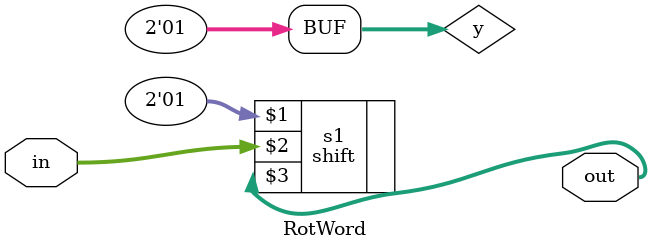
<source format=v>
module  RotWord(in,out);
input [31:0]in;
output [31:0]out;
wire [1:0]y;
assign y='b01;
shift s1 (y,in,out);
endmodule
</source>
